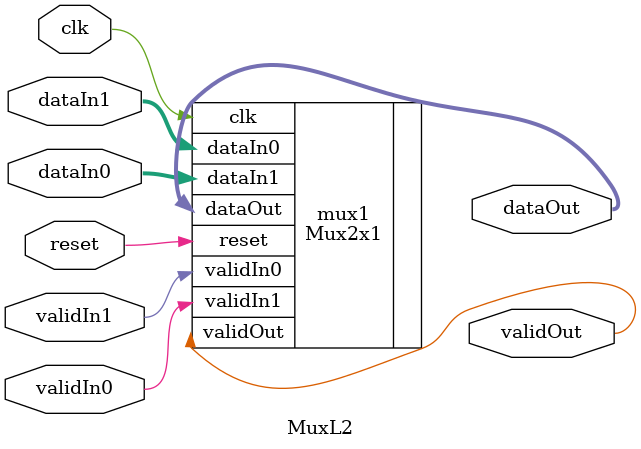
<source format=v>

module MuxL2(
    output [7:0]dataOut,
    output validOut,
    input [7:0]dataIn0,
    input [7:0]dataIn1,
    input validIn0,
    input validIn1,
    input clk,
    input reset);

    Mux2x1 mux1(
        //Outputs
        .dataOut  (dataOut[7:0]),
        .validOut (validOut),
        //Inputs
        .dataIn0  (dataIn1[7:0]),
        .dataIn1  (dataIn0[7:0]),
        .validIn0 (validIn1),
        .validIn1 (validIn0),
        .clk      (clk),
        .reset    (reset)
    );
endmodule
</source>
